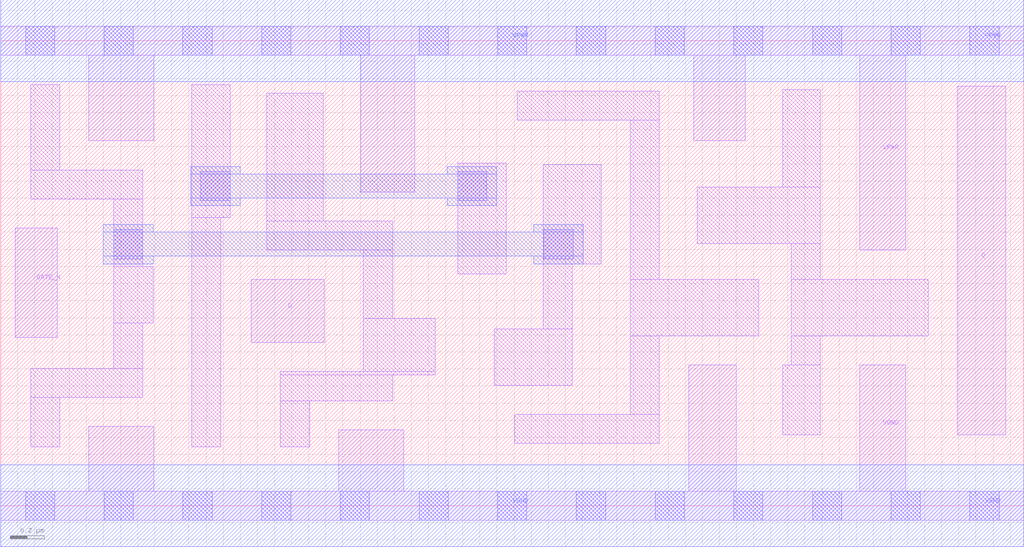
<source format=lef>
# Copyright 2020 The SkyWater PDK Authors
#
# Licensed under the Apache License, Version 2.0 (the "License");
# you may not use this file except in compliance with the License.
# You may obtain a copy of the License at
#
#     https://www.apache.org/licenses/LICENSE-2.0
#
# Unless required by applicable law or agreed to in writing, software
# distributed under the License is distributed on an "AS IS" BASIS,
# WITHOUT WARRANTIES OR CONDITIONS OF ANY KIND, either express or implied.
# See the License for the specific language governing permissions and
# limitations under the License.
#
# SPDX-License-Identifier: Apache-2.0

VERSION 5.7 ;
  NAMESCASESENSITIVE ON ;
  NOWIREEXTENSIONATPIN ON ;
  DIVIDERCHAR "/" ;
  BUSBITCHARS "[]" ;
UNITS
  DATABASE MICRONS 200 ;
END UNITS
PROPERTYDEFINITIONS
  MACRO maskLayoutSubType STRING ;
  MACRO prCellType STRING ;
  MACRO originalViewName STRING ;
END PROPERTYDEFINITIONS
MACRO sky130_fd_sc_hdll__dlxtn_1
  CLASS CORE ;
  FOREIGN sky130_fd_sc_hdll__dlxtn_1 ;
  ORIGIN  0.000000  0.000000 ;
  SIZE  5.980000 BY  2.720000 ;
  SYMMETRY X Y R90 ;
  SITE unithd ;
  PIN D
    ANTENNAGATEAREA  0.178200 ;
    DIRECTION INPUT ;
    USE SIGNAL ;
    PORT
      LAYER li1 ;
        RECT 1.465000 0.955000 1.890000 1.325000 ;
    END
  END D
  PIN GATE_N
    ANTENNAGATEAREA  0.178200 ;
    DIRECTION INPUT ;
    USE SIGNAL ;
    PORT
      LAYER li1 ;
        RECT 0.085000 0.985000 0.330000 1.625000 ;
    END
  END GATE_N
  PIN Q
    ANTENNADIFFAREA  0.554500 ;
    DIRECTION OUTPUT ;
    USE SIGNAL ;
    PORT
      LAYER li1 ;
        RECT 5.590000 0.415000 5.875000 2.455000 ;
    END
  END Q
  PIN VGND
    ANTENNADIFFAREA  0.600900 ;
    DIRECTION INOUT ;
    USE SIGNAL ;
    PORT
      LAYER li1 ;
        RECT 0.000000 -0.085000 5.980000 0.085000 ;
        RECT 0.515000  0.085000 0.895000 0.465000 ;
        RECT 1.975000  0.085000 2.355000 0.445000 ;
        RECT 4.020000  0.085000 4.300000 0.825000 ;
        RECT 5.020000  0.085000 5.290000 0.825000 ;
      LAYER mcon ;
        RECT 0.145000 -0.085000 0.315000 0.085000 ;
        RECT 0.605000 -0.085000 0.775000 0.085000 ;
        RECT 1.065000 -0.085000 1.235000 0.085000 ;
        RECT 1.525000 -0.085000 1.695000 0.085000 ;
        RECT 1.985000 -0.085000 2.155000 0.085000 ;
        RECT 2.445000 -0.085000 2.615000 0.085000 ;
        RECT 2.905000 -0.085000 3.075000 0.085000 ;
        RECT 3.365000 -0.085000 3.535000 0.085000 ;
        RECT 3.825000 -0.085000 3.995000 0.085000 ;
        RECT 4.285000 -0.085000 4.455000 0.085000 ;
        RECT 4.745000 -0.085000 4.915000 0.085000 ;
        RECT 5.205000 -0.085000 5.375000 0.085000 ;
        RECT 5.665000 -0.085000 5.835000 0.085000 ;
      LAYER met1 ;
        RECT 0.000000 -0.240000 5.980000 0.240000 ;
    END
  END VGND
  PIN VPWR
    ANTENNADIFFAREA  0.784600 ;
    DIRECTION INOUT ;
    USE SIGNAL ;
    PORT
      LAYER li1 ;
        RECT 0.000000 2.635000 5.980000 2.805000 ;
        RECT 0.515000 2.135000 0.895000 2.635000 ;
        RECT 2.105000 1.835000 2.420000 2.635000 ;
        RECT 4.050000 2.135000 4.350000 2.635000 ;
        RECT 5.020000 1.495000 5.290000 2.635000 ;
      LAYER mcon ;
        RECT 0.145000 2.635000 0.315000 2.805000 ;
        RECT 0.605000 2.635000 0.775000 2.805000 ;
        RECT 1.065000 2.635000 1.235000 2.805000 ;
        RECT 1.525000 2.635000 1.695000 2.805000 ;
        RECT 1.985000 2.635000 2.155000 2.805000 ;
        RECT 2.445000 2.635000 2.615000 2.805000 ;
        RECT 2.905000 2.635000 3.075000 2.805000 ;
        RECT 3.365000 2.635000 3.535000 2.805000 ;
        RECT 3.825000 2.635000 3.995000 2.805000 ;
        RECT 4.285000 2.635000 4.455000 2.805000 ;
        RECT 4.745000 2.635000 4.915000 2.805000 ;
        RECT 5.205000 2.635000 5.375000 2.805000 ;
        RECT 5.665000 2.635000 5.835000 2.805000 ;
      LAYER met1 ;
        RECT 0.000000 2.480000 5.980000 2.960000 ;
    END
  END VPWR
  OBS
    LAYER li1 ;
      RECT 0.175000 0.345000 0.345000 0.635000 ;
      RECT 0.175000 0.635000 0.830000 0.805000 ;
      RECT 0.175000 1.795000 0.830000 1.965000 ;
      RECT 0.175000 1.965000 0.345000 2.465000 ;
      RECT 0.660000 0.805000 0.830000 1.070000 ;
      RECT 0.660000 1.070000 0.890000 1.400000 ;
      RECT 0.660000 1.400000 0.830000 1.795000 ;
      RECT 1.115000 0.345000 1.285000 1.685000 ;
      RECT 1.115000 1.685000 1.340000 2.465000 ;
      RECT 1.555000 1.495000 2.290000 1.665000 ;
      RECT 1.555000 1.665000 1.885000 2.415000 ;
      RECT 1.635000 0.345000 1.805000 0.615000 ;
      RECT 1.635000 0.615000 2.290000 0.765000 ;
      RECT 1.635000 0.765000 2.540000 0.785000 ;
      RECT 2.120000 0.785000 2.540000 1.095000 ;
      RECT 2.120000 1.095000 2.290000 1.495000 ;
      RECT 2.670000 1.355000 2.955000 2.005000 ;
      RECT 2.885000 0.705000 3.340000 1.035000 ;
      RECT 3.005000 0.365000 3.850000 0.535000 ;
      RECT 3.020000 2.255000 3.850000 2.425000 ;
      RECT 3.170000 1.035000 3.340000 1.415000 ;
      RECT 3.170000 1.415000 3.510000 1.995000 ;
      RECT 3.680000 0.535000 3.850000 0.995000 ;
      RECT 3.680000 0.995000 4.430000 1.325000 ;
      RECT 3.680000 1.325000 3.850000 2.255000 ;
      RECT 4.070000 1.535000 4.790000 1.865000 ;
      RECT 4.570000 0.415000 4.790000 0.825000 ;
      RECT 4.570000 1.865000 4.790000 2.435000 ;
      RECT 4.620000 0.825000 4.790000 0.995000 ;
      RECT 4.620000 0.995000 5.420000 1.325000 ;
      RECT 4.620000 1.325000 4.790000 1.535000 ;
    LAYER mcon ;
      RECT 0.660000 1.445000 0.830000 1.615000 ;
      RECT 1.170000 1.785000 1.340000 1.955000 ;
      RECT 2.670000 1.785000 2.840000 1.955000 ;
      RECT 3.175000 1.445000 3.345000 1.615000 ;
    LAYER met1 ;
      RECT 0.600000 1.415000 0.890000 1.460000 ;
      RECT 0.600000 1.460000 3.405000 1.600000 ;
      RECT 0.600000 1.600000 0.890000 1.645000 ;
      RECT 1.110000 1.755000 1.400000 1.800000 ;
      RECT 1.110000 1.800000 2.900000 1.940000 ;
      RECT 1.110000 1.940000 1.400000 1.985000 ;
      RECT 2.610000 1.755000 2.900000 1.800000 ;
      RECT 2.610000 1.940000 2.900000 1.985000 ;
      RECT 3.115000 1.415000 3.405000 1.460000 ;
      RECT 3.115000 1.600000 3.405000 1.645000 ;
  END
  PROPERTY maskLayoutSubType "abstract" ;
  PROPERTY prCellType "standard" ;
  PROPERTY originalViewName "layout" ;
END sky130_fd_sc_hdll__dlxtn_1

</source>
